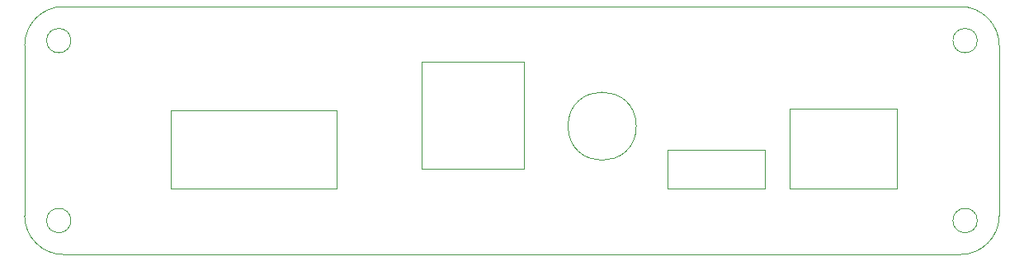
<source format=gbr>
%TF.GenerationSoftware,KiCad,Pcbnew,5.0.2+dfsg1-1*%
%TF.CreationDate,2021-08-12T08:10:28+08:00*%
%TF.ProjectId,shell_1,7368656c-6c5f-4312-9e6b-696361645f70,rev?*%
%TF.SameCoordinates,Original*%
%TF.FileFunction,Profile,NP*%
%FSLAX46Y46*%
G04 Gerber Fmt 4.6, Leading zero omitted, Abs format (unit mm)*
G04 Created by KiCad (PCBNEW 5.0.2+dfsg1-1) date 2021年08月12日 星期四 08时10分28秒*
%MOMM*%
%LPD*%
G01*
G04 APERTURE LIST*
%ADD10C,0.050000*%
%ADD11C,0.100000*%
G04 APERTURE END LIST*
D10*
X197750000Y-103500000D02*
G75*
G03X197750000Y-103500000I-1250000J0D01*
G01*
X197750000Y-122000000D02*
G75*
G03X197750000Y-122000000I-1250000J0D01*
G01*
X104750000Y-122000000D02*
G75*
G03X104750000Y-122000000I-1250000J0D01*
G01*
X104750000Y-103500000D02*
G75*
G03X104750000Y-103500000I-1250000J0D01*
G01*
D11*
X189500000Y-110500000D02*
X189500000Y-118700000D01*
X178500000Y-110500000D02*
X189500000Y-110500000D01*
X178500000Y-118700000D02*
X178500000Y-110500000D01*
X189500000Y-118700000D02*
X178500000Y-118700000D01*
X176000000Y-114700000D02*
X176000000Y-118700000D01*
X166000000Y-114700000D02*
X176000000Y-114700000D01*
X166000000Y-114700000D02*
X166000000Y-118700000D01*
X176000000Y-118700000D02*
X166000000Y-118700000D01*
X140750000Y-105700000D02*
X151250000Y-105700000D01*
X140750000Y-116700000D02*
X140750000Y-105700000D01*
X151250000Y-116700000D02*
X140750000Y-116700000D01*
X151250000Y-105700000D02*
X151250000Y-116700000D01*
D10*
X162760000Y-112300000D02*
G75*
G03X162760000Y-112300000I-3500000J0D01*
G01*
X132000000Y-110700000D02*
X115000000Y-110700000D01*
X132000000Y-118700000D02*
X132000000Y-110700000D01*
X115000000Y-118700000D02*
X132000000Y-118700000D01*
X115000000Y-110700000D02*
X115000000Y-118700000D01*
X100000000Y-121500000D02*
G75*
G03X104000000Y-125500000I4000000J0D01*
G01*
X196000000Y-125500000D02*
G75*
G03X200000000Y-121500000I0J4000000D01*
G01*
X200000000Y-104000000D02*
G75*
G03X196000000Y-100000000I-4000000J0D01*
G01*
X104000000Y-100000000D02*
G75*
G03X100000000Y-104000000I0J-4000000D01*
G01*
X196000000Y-100000000D02*
X104000000Y-100000000D01*
X200000000Y-121500000D02*
X200000000Y-104000000D01*
X104000000Y-125500000D02*
X196000000Y-125500000D01*
X100000000Y-104000000D02*
X100000000Y-121500000D01*
M02*

</source>
